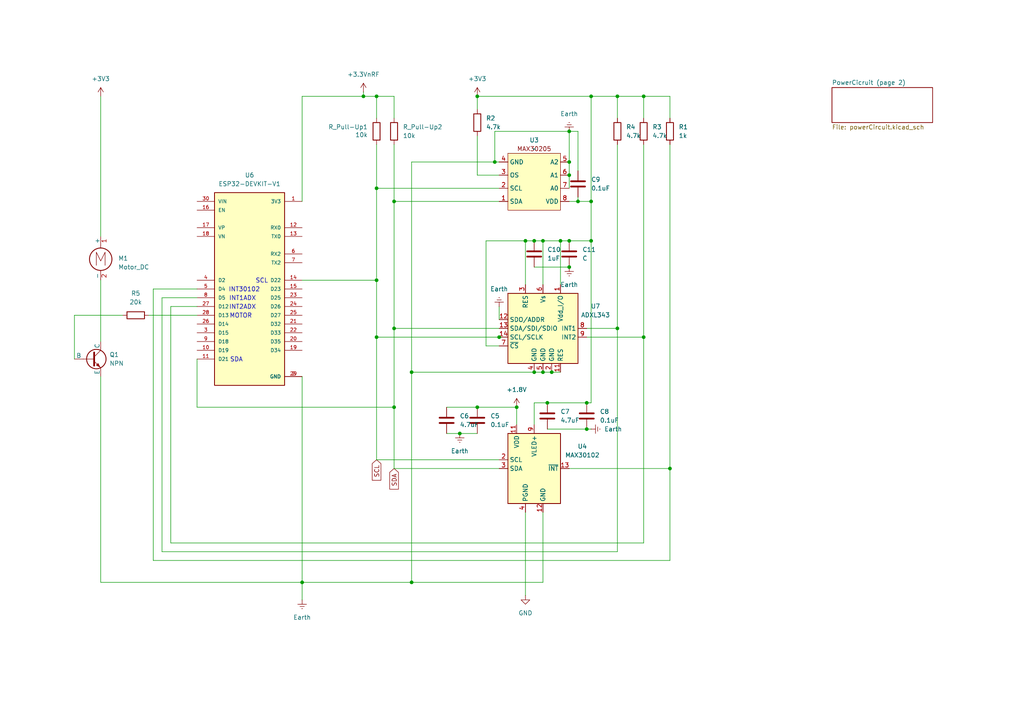
<source format=kicad_sch>
(kicad_sch (version 20250114) (generator "eeschema") (generator_version "9.0")
  (paper "A4")
  (lib_symbols
    (symbol "ADXL345_1"
      (property "Reference" "U" (at -8.89 11.43 0))
      (property "Value" "ADXL343" (at -7.62 -11.43 0))
      (symbol "ADXL345_1_0_1"
        (rectangle (start -10.16 10.16) (end 10.16 -10.16) (stroke (width 0.254)) (fill (type background)))
      )
      (symbol "ADXL345_1_1_1"
        (pin bidirectional line (at -12.7 2.54 0) (length 2.54) (name "SDO/ADDR") (number "12"))
        (pin bidirectional line (at -12.7 0 0) (length 2.54) (name "SDA/SDI/SDIO") (number "13"))
        (pin input line (at -12.7 -2.54 0) (length 2.54) (name "SCL/SCLK") (number "14"))
        (pin input line (at -12.7 -5.08 0) (length 2.54) (name "~{CS}") (number "7"))
        (pin passive line (at -5.08 12.7 270) (length 2.54) (name "RES") (number "3"))
        (pin no_connect line (at -5.08 -10.16 90) (length 2.54) (hide yes) (name "NC") (number "10"))
        (pin passive line (at -2.54 -12.7 90) (length 2.54) (name "GND") (number "4"))
        (pin power_in line (at 0 12.7 270) (length 2.54) (name "Vs") (number "6"))
        (pin passive line (at 0 -12.7 90) (length 2.54) (name "GND") (number "5"))
        (pin power_in line (at 2.54 -12.7 90) (length 2.54) (name "GND") (number "2"))
        (pin power_in line (at 5.08 12.7 270) (length 2.54) (name "Vdd_I/O") (number "1"))
        (pin passive line (at 5.08 -12.7 90) (length 2.54) (name "RES") (number "11"))
        (pin output line (at 12.7 0 180) (length 2.54) (name "INT1") (number "8"))
        (pin output line (at 12.7 -2.54 180) (length 2.54) (name "INT2") (number "9"))
      )
    )
    (symbol "Device:C" (pin_numbers (hide yes)) (pin_names (offset 0.254))
      (property "Reference" "C" (at 0.635 2.54 0))
      (property "Value" "C" (at 0.635 -2.54 0))
      (symbol "C_0_1"
        (polyline (pts (xy -2.032 0.762) (xy 2.032 0.762)) (stroke (width 0.508)))
        (polyline (pts (xy -2.032 -0.762) (xy 2.032 -0.762)) (stroke (width 0.508)))
      )
      (symbol "C_1_1"
        (pin passive line (at 0 3.81 270) (length 2.794) (name "~") (number "1"))
        (pin passive line (at 0 -3.81 90) (length 2.794) (name "~") (number "2"))
      )
    )
    (symbol "Device:R" (pin_numbers (hide yes)) (pin_names (offset 0))
      (property "Reference" "R" (at 2.032 0 90))
      (property "Value" "R" (at 0 0 90))
      (symbol "R_0_1"
        (rectangle (start -1.016 -2.54) (end 1.016 2.54) (stroke (width 0.254)))
      )
      (symbol "R_1_1"
        (pin passive line (at 0 3.81 270) (length 1.27) (name "~") (number "1"))
        (pin passive line (at 0 -3.81 90) (length 1.27) (name "~") (number "2"))
      )
    )
    (symbol "ESP32-DEVKIT-V1:ESP32-DEVKIT-V1" (pin_names (offset 1.016))
      (property "Reference" "U" (at -10.16 30.48 0))
      (property "Value" "ESP32-DEVKIT-V1" (at -10.16 -30.48 0))
      (symbol "ESP32-DEVKIT-V1_0_0"
        (rectangle (start -10.16 -27.94) (end 10.16 27.94) (stroke (width 0.254)) (fill (type background)))
        (pin input line (at -15.24 25.4 0) (length 5.08) (name "VIN") (number "30"))
        (pin input line (at -15.24 22.86 0) (length 5.08) (name "EN") (number "16"))
        (pin bidirectional line (at -15.24 17.78 0) (length 5.08) (name "VP") (number "17"))
        (pin bidirectional line (at -15.24 15.24 0) (length 5.08) (name "VN") (number "18"))
        (pin bidirectional line (at -15.24 2.54 0) (length 5.08) (name "D2") (number "4"))
        (pin bidirectional line (at -15.24 0 0) (length 5.08) (name "D4") (number "5"))
        (pin bidirectional line (at -15.24 -2.54 0) (length 5.08) (name "D5") (number "8"))
        (pin bidirectional line (at -15.24 -5.08 0) (length 5.08) (name "D12") (number "27"))
        (pin bidirectional line (at -15.24 -7.62 0) (length 5.08) (name "D13") (number "28"))
        (pin bidirectional line (at -15.24 -10.16 0) (length 5.08) (name "D14") (number "26"))
        (pin bidirectional line (at -15.24 -12.7 0) (length 5.08) (name "D15") (number "3"))
        (pin bidirectional line (at -15.24 -15.24 0) (length 5.08) (name "D18") (number "9"))
        (pin bidirectional line (at -15.24 -17.78 0) (length 5.08) (name "D19") (number "10"))
        (pin bidirectional line (at -15.24 -20.32 0) (length 5.08) (name "D21") (number "11"))
        (pin output line (at 15.24 25.4 180) (length 5.08) (name "3V3") (number "1"))
        (pin input line (at 15.24 17.78 180) (length 5.08) (name "RX0") (number "12"))
        (pin output line (at 15.24 15.24 180) (length 5.08) (name "TX0") (number "13"))
        (pin input line (at 15.24 10.16 180) (length 5.08) (name "RX2") (number "6"))
        (pin output line (at 15.24 7.62 180) (length 5.08) (name "TX2") (number "7"))
        (pin bidirectional line (at 15.24 2.54 180) (length 5.08) (name "D22") (number "14"))
        (pin bidirectional line (at 15.24 0 180) (length 5.08) (name "D23") (number "15"))
        (pin bidirectional line (at 15.24 -2.54 180) (length 5.08) (name "D25") (number "23"))
        (pin bidirectional line (at 15.24 -5.08 180) (length 5.08) (name "D26") (number "24"))
        (pin bidirectional line (at 15.24 -7.62 180) (length 5.08) (name "D27") (number "25"))
        (pin bidirectional line (at 15.24 -10.16 180) (length 5.08) (name "D32") (number "21"))
        (pin bidirectional line (at 15.24 -12.7 180) (length 5.08) (name "D33") (number "22"))
        (pin bidirectional line (at 15.24 -15.24 180) (length 5.08) (name "D35") (number "20"))
        (pin bidirectional line (at 15.24 -17.78 180) (length 5.08) (name "D34") (number "19"))
        (pin power_in line (at 15.24 -25.4 180) (length 5.08) (name "GND") (number "2"))
        (pin power_in line (at 15.24 -25.4 180) (length 5.08) (name "GND") (number "29"))
      )
    )
    (symbol "Motor:Motor_DC" (pin_names (offset 0))
      (property "Reference" "M" (at 2.54 2.54 0))
      (property "Value" "Motor_DC" (at 2.54 -5.08 0))
      (symbol "Motor_DC_0_0"
        (polyline (pts (xy -1.27 -3.302) (xy -1.27 0.508) (xy 0 -2.032) (xy 1.27 0.508) (xy 1.27 -3.302)))
      )
      (symbol "Motor_DC_0_1"
        (polyline (pts (xy 0 2.032) (xy 0 2.54)))
        (polyline (pts (xy 0 1.7272) (xy 0 2.0828)))
        (circle (center 0 -1.524) (radius 3.2512) (stroke (width 0.254)))
        (polyline (pts (xy 0 -4.7752) (xy 0 -5.1816)))
        (polyline (pts (xy 0 -7.62) (xy 0 -7.112)))
      )
      (symbol "Motor_DC_1_1"
        (pin passive line (at 0 5.08 270) (length 2.54) (name "+") (number "1"))
        (pin passive line (at 0 -7.62 90) (length 2.54) (name "-") (number "2"))
      )
    )
    (symbol "Sensor:MAX30102"
      (property "Reference" "U" (at 7.62 15.24 0))
      (property "Value" "MAX30102" (at 7.62 12.7 0))
      (symbol "MAX30102_0_1"
        (rectangle (start -7.62 10.16) (end 7.62 -10.16) (stroke (width 0.254)) (fill (type background)))
      )
      (symbol "MAX30102_1_1"
        (pin input line (at -10.16 2.54 0) (length 2.54) (name "SCL") (number "2"))
        (pin bidirectional line (at -10.16 0 0) (length 2.54) (name "SDA") (number "3"))
        (pin no_connect line (at -7.62 5.08 0) (length 2.54) (hide yes) (name "NC") (number "1"))
        (pin no_connect line (at -7.62 -2.54 0) (length 2.54) (hide yes) (name "NC") (number "7"))
        (pin power_in line (at -5.08 12.7 270) (length 2.54) (name "VDD") (number "11"))
        (pin power_in line (at -2.54 -12.7 90) (length 2.54) (name "PGND") (number "4"))
        (pin passive line (at 0 12.7 270) (length 2.54) (hide yes) (name "VLED+") (number "10"))
        (pin power_in line (at 0 12.7 270) (length 2.54) (name "VLED+") (number "9"))
        (pin power_in line (at 2.54 -12.7 90) (length 2.54) (name "GND") (number "12"))
        (pin no_connect line (at 7.62 5.08 180) (length 2.54) (hide yes) (name "NC") (number "8"))
        (pin no_connect line (at 7.62 2.54 180) (length 2.54) (hide yes) (name "NC") (number "14"))
        (pin no_connect line (at 7.62 -5.08 180) (length 2.54) (hide yes) (name "NC") (number "6"))
        (pin no_connect line (at 7.62 -7.62 180) (length 2.54) (hide yes) (name "NC") (number "5"))
        (pin output line (at 10.16 0 180) (length 2.54) (name "~{INT}") (number "13"))
      )
    )
    (symbol "Sensor_Temperature:MAX30205"
      (property "Reference" "U3" (at 7.62 20.32 0))
      (property "Value" "~" (at 7.62 17.78 0))
      (symbol "MAX30205_1_1"
        (rectangle (start 0 16.51) (end 15.24 0) (fill (type background)))
        (text "MAX30205" (at 7.62 17.78 0) (effects (font (size 1.27 1.27))))
        (pin power_in line (at -2.54 13.97 0) (length 2.54) (name "GND") (number "4"))
        (pin open_collector line (at -2.54 10.16 0) (length 2.54) (name "OS") (number "3"))
        (pin input line (at -2.54 6.35 0) (length 2.54) (name "SCL") (number "2"))
        (pin bidirectional line (at -2.54 2.54 0) (length 2.54) (name "SDA") (number "1"))
        (pin power_in line (at 7.62 -2.54 90) (length 2.54) (hide yes) (name "GND_PAD") (number "EP"))
        (pin input line (at 17.78 13.97 180) (length 2.54) (name "A2") (number "5"))
        (pin input line (at 17.78 10.16 180) (length 2.54) (name "A1") (number "6"))
        (pin input line (at 17.78 6.35 180) (length 2.54) (name "A0") (number "7"))
        (pin input line (at 17.78 2.54 180) (length 2.54) (name "VDD") (number "8"))
      )
    )
    (symbol "Simulation_SPICE:NPN" (pin_numbers (hide yes)) (pin_names (offset 0))
      (property "Reference" "Q" (at -2.54 7.62 0))
      (property "Value" "NPN" (at -2.54 5.08 0))
      (symbol "NPN_0_1"
        (polyline (pts (xy -2.54 0) (xy 0.635 0)) (stroke (width 0.1524)))
        (polyline (pts (xy 0.635 1.905) (xy 0.635 -1.905) (xy 0.635 -1.905)) (stroke (width 0.508)))
        (polyline (pts (xy 0.635 0.635) (xy 2.54 2.54)))
        (polyline (pts (xy 0.635 -0.635) (xy 2.54 -2.54) (xy 2.54 -2.54)))
        (circle (center 1.27 0) (radius 2.8194) (stroke (width 0.254)))
        (polyline (pts (xy 1.27 -1.778) (xy 1.778 -1.27) (xy 2.286 -2.286) (xy 1.27 -1.778) (xy 1.27 -1.778)) (fill (type outline)))
        (polyline (pts (xy 2.794 -1.27) (xy 2.794 -1.27)) (stroke (width 0.1524)))
        (polyline (pts (xy 2.794 -1.27) (xy 2.794 -1.27)) (stroke (width 0.1524)))
      )
      (symbol "NPN_1_1"
        (pin input line (at -5.08 0 0) (length 2.54) (name "B") (number "2"))
        (pin open_collector line (at 2.54 5.08 270) (length 2.54) (name "C") (number "1"))
        (pin open_emitter line (at 2.54 -5.08 90) (length 2.54) (name "E") (number "3"))
      )
    )
    (symbol "power:+1V8" (power) (pin_numbers (hide yes)) (pin_names (offset 0) (hide yes))
      (property "Value" "+1V8" (at 0 3.556 0))
      (symbol "+1V8_0_1"
        (polyline (pts (xy -0.762 1.27) (xy 0 2.54)))
        (polyline (pts (xy 0 2.54) (xy 0.762 1.27)))
        (polyline (pts (xy 0 0) (xy 0 2.54)))
      )
      (symbol "+1V8_1_1"
        (pin power_in line (at 0 0 90) (length 0) (name "~") (number "1"))
      )
    )
    (symbol "power:+3.3V" (power) (pin_numbers (hide yes)) (pin_names (offset 0) (hide yes))
      (property "Value" "+3.3V" (at 0 3.556 0))
      (symbol "+3.3V_0_1"
        (polyline (pts (xy -0.762 1.27) (xy 0 2.54)))
        (polyline (pts (xy 0 2.54) (xy 0.762 1.27)))
        (polyline (pts (xy 0 0) (xy 0 2.54)))
      )
      (symbol "+3.3V_1_1"
        (pin power_in line (at 0 0 90) (length 0) (name "~") (number "1"))
      )
    )
    (symbol "power:+3V3" (power) (pin_numbers (hide yes)) (pin_names (offset 0) (hide yes))
      (property "Value" "+3V3" (at 0 3.556 0))
      (symbol "+3V3_0_1"
        (polyline (pts (xy -0.762 1.27) (xy 0 2.54)))
        (polyline (pts (xy 0 2.54) (xy 0.762 1.27)))
        (polyline (pts (xy 0 0) (xy 0 2.54)))
      )
      (symbol "+3V3_1_1"
        (pin power_in line (at 0 0 90) (length 0) (name "~") (number "1"))
      )
    )
    (symbol "power:Earth" (power) (pin_numbers (hide yes)) (pin_names (offset 0) (hide yes))
      (property "Value" "Earth" (at 0 -3.81 0))
      (symbol "Earth_0_1"
        (polyline (pts (xy -0.635 -1.905) (xy 0.635 -1.905)))
        (polyline (pts (xy -0.127 -2.54) (xy 0.127 -2.54)))
        (polyline (pts (xy 0 -1.27) (xy 0 0)))
        (polyline (pts (xy 1.27 -1.27) (xy -1.27 -1.27)))
      )
      (symbol "Earth_1_1"
        (pin power_in line (at 0 0 270) (length 0) (name "~") (number "1"))
      )
    )
    (symbol "power:GND" (power) (pin_numbers (hide yes)) (pin_names (offset 0) (hide yes))
      (property "Value" "GND" (at 0 -3.81 0))
      (symbol "GND_0_1"
        (polyline (pts (xy 0 0) (xy 0 -1.27) (xy 1.27 -1.27) (xy 0 -2.54) (xy -1.27 -1.27) (xy 0 -1.27)))
      )
      (symbol "GND_1_1"
        (pin power_in line (at 0 0 270) (length 0) (name "~") (number "1"))
      )
    )
  )
  (text "INT30102\n" (at 70.866 84.074 0) (effects (font (size 1.27 1.27))))
  (text "SCL" (at 75.946 81.534 0) (effects (font (size 1.27 1.27))))
  (text "INT2ADX\n" (at 70.358 89.154 0) (effects (font (size 1.27 1.27))))
  (text "SDA\n" (at 68.58 104.394 0) (effects (font (size 1.27 1.27))))
  (text "MOTOR\n\n" (at 69.85 92.71 0) (effects (font (size 1.27 1.27))))
  (text "INT1ADX\n" (at 70.358 86.614 0) (effects (font (size 1.27 1.27))))
  (junction (at 186.69 27.94))
  (junction (at 119.38 107.95))
  (junction (at 109.22 97.79))
  (junction (at 133.35 125.73))
  (junction (at 109.22 54.61))
  (junction (at 186.69 97.79))
  (junction (at 109.22 27.94))
  (junction (at 138.43 27.94))
  (junction (at 165.1 38.1))
  (junction (at 179.07 27.94))
  (junction (at 194.31 135.89))
  (junction (at 149.86 118.11))
  (junction (at 152.4 69.85))
  (junction (at 171.45 69.85))
  (junction (at 158.75 116.84))
  (junction (at 114.3 58.42))
  (junction (at 154.94 107.95))
  (junction (at 167.64 58.42))
  (junction (at 105.41 27.94))
  (junction (at 170.18 116.84))
  (junction (at 165.1 69.85))
  (junction (at 114.3 95.25))
  (junction (at 143.51 46.99))
  (junction (at 114.3 118.11))
  (junction (at 138.43 118.11))
  (junction (at 170.18 124.46))
  (junction (at 157.48 107.95))
  (junction (at 171.45 58.42))
  (junction (at 157.48 69.85))
  (junction (at 154.94 69.85))
  (junction (at 144.78 97.79))
  (junction (at 87.63 168.91))
  (junction (at 165.1 77.47))
  (junction (at 171.45 27.94))
  (junction (at 119.38 168.91))
  (junction (at 165.1 50.8))
  (junction (at 109.22 81.28))
  (junction (at 162.56 69.85))
  (junction (at 160.02 107.95))
  (junction (at 165.1 46.99))
  (junction (at 179.07 95.25))
  (wire (pts (xy 167.64 58.42) (xy 165.1 58.42)))
  (wire (pts (xy 57.15 86.36) (xy 46.99 86.36)))
  (wire (pts (xy 186.69 97.79) (xy 186.69 157.48)))
  (wire (pts (xy 119.38 107.95) (xy 154.94 107.95)))
  (wire (pts (xy 129.54 125.73) (xy 133.35 125.73)))
  (wire (pts (xy 114.3 118.11) (xy 114.3 95.25)))
  (wire (pts (xy 119.38 46.99) (xy 143.51 46.99)))
  (wire (pts (xy 186.69 157.48) (xy 49.53 157.48)))
  (wire (pts (xy 29.21 109.22) (xy 29.21 168.91)))
  (wire (pts (xy 186.69 27.94) (xy 194.31 27.94)))
  (wire (pts (xy 109.22 54.61) (xy 144.78 54.61)))
  (wire (pts (xy 167.64 49.53) (xy 167.64 38.1)))
  (wire (pts (xy 171.45 27.94) (xy 179.07 27.94)))
  (wire (pts (xy 157.48 69.85) (xy 157.48 82.55)))
  (wire (pts (xy 49.53 88.9) (xy 57.15 88.9)))
  (wire (pts (xy 57.15 104.14) (xy 57.15 118.11)))
  (wire (pts (xy 157.48 107.95) (xy 154.94 107.95)))
  (wire (pts (xy 144.78 50.8) (xy 138.43 50.8)))
  (wire (pts (xy 109.22 133.35) (xy 144.78 133.35)))
  (wire (pts (xy 179.07 95.25) (xy 170.18 95.25)))
  (wire (pts (xy 138.43 118.11) (xy 149.86 118.11)))
  (wire (pts (xy 170.18 97.79) (xy 186.69 97.79)))
  (wire (pts (xy 162.56 69.85) (xy 165.1 69.85)))
  (wire (pts (xy 157.48 69.85) (xy 162.56 69.85)))
  (wire (pts (xy 152.4 69.85) (xy 152.4 82.55)))
  (wire (pts (xy 171.45 124.46) (xy 170.18 124.46)))
  (wire (pts (xy 165.1 135.89) (xy 194.31 135.89)))
  (wire (pts (xy 152.4 69.85) (xy 154.94 69.85)))
  (wire (pts (xy 171.45 58.42) (xy 171.45 69.85)))
  (wire (pts (xy 46.99 86.36) (xy 46.99 160.02)))
  (wire (pts (xy 162.56 107.95) (xy 160.02 107.95)))
  (wire (pts (xy 171.45 27.94) (xy 171.45 58.42)))
  (wire (pts (xy 29.21 68.58) (xy 29.21 27.94)))
  (wire (pts (xy 133.35 125.73) (xy 138.43 125.73)))
  (wire (pts (xy 179.07 27.94) (xy 179.07 34.29)))
  (wire (pts (xy 119.38 107.95) (xy 119.38 168.91)))
  (wire (pts (xy 49.53 157.48) (xy 49.53 88.9)))
  (wire (pts (xy 44.45 83.82) (xy 44.45 162.56)))
  (wire (pts (xy 114.3 135.89) (xy 144.78 135.89)))
  (wire (pts (xy 114.3 58.42) (xy 114.3 95.25)))
  (wire (pts (xy 21.59 91.44) (xy 21.59 104.14)))
  (wire (pts (xy 57.15 83.82) (xy 44.45 83.82)))
  (wire (pts (xy 140.97 100.33) (xy 140.97 69.85)))
  (wire (pts (xy 143.51 46.99) (xy 143.51 38.1)))
  (wire (pts (xy 138.43 27.94) (xy 171.45 27.94)))
  (wire (pts (xy 109.22 97.79) (xy 109.22 133.35)))
  (wire (pts (xy 171.45 116.84) (xy 170.18 116.84)))
  (wire (pts (xy 114.3 58.42) (xy 144.78 58.42)))
  (wire (pts (xy 87.63 81.28) (xy 109.22 81.28)))
  (wire (pts (xy 171.45 58.42) (xy 167.64 58.42)))
  (wire (pts (xy 162.56 69.85) (xy 162.56 82.55)))
  (wire (pts (xy 146.05 97.79) (xy 144.78 97.79)))
  (wire (pts (xy 179.07 95.25) (xy 179.07 160.02)))
  (wire (pts (xy 87.63 173.99) (xy 87.63 168.91)))
  (wire (pts (xy 149.86 118.11) (xy 149.86 123.19)))
  (wire (pts (xy 165.1 69.85) (xy 171.45 69.85)))
  (wire (pts (xy 105.41 26.67) (xy 105.41 27.94)))
  (wire (pts (xy 87.63 168.91) (xy 119.38 168.91)))
  (wire (pts (xy 109.22 54.61) (xy 109.22 81.28)))
  (wire (pts (xy 143.51 46.99) (xy 144.78 46.99)))
  (wire (pts (xy 57.15 91.44) (xy 43.18 91.44)))
  (wire (pts (xy 144.78 88.9) (xy 144.78 92.71)))
  (wire (pts (xy 158.75 124.46) (xy 170.18 124.46)))
  (wire (pts (xy 167.64 38.1) (xy 165.1 38.1)))
  (wire (pts (xy 114.3 41.91) (xy 114.3 58.42)))
  (wire (pts (xy 109.22 81.28) (xy 109.22 97.79)))
  (wire (pts (xy 194.31 34.29) (xy 194.31 27.94)))
  (wire (pts (xy 154.94 116.84) (xy 154.94 123.19)))
  (wire (pts (xy 105.41 27.94) (xy 109.22 27.94)))
  (wire (pts (xy 114.3 27.94) (xy 114.3 34.29)))
  (wire (pts (xy 109.22 41.91) (xy 109.22 54.61)))
  (wire (pts (xy 44.45 162.56) (xy 194.31 162.56)))
  (wire (pts (xy 114.3 135.89) (xy 114.3 118.11)))
  (wire (pts (xy 179.07 41.91) (xy 179.07 95.25)))
  (wire (pts (xy 157.48 107.95) (xy 160.02 107.95)))
  (wire (pts (xy 129.54 118.11) (xy 138.43 118.11)))
  (wire (pts (xy 119.38 46.99) (xy 119.38 107.95)))
  (wire (pts (xy 154.94 69.85) (xy 157.48 69.85)))
  (wire (pts (xy 143.51 38.1) (xy 165.1 38.1)))
  (wire (pts (xy 87.63 27.94) (xy 87.63 58.42)))
  (wire (pts (xy 152.4 148.59) (xy 152.4 172.72)))
  (wire (pts (xy 179.07 27.94) (xy 186.69 27.94)))
  (wire (pts (xy 154.94 77.47) (xy 165.1 77.47)))
  (wire (pts (xy 109.22 27.94) (xy 109.22 34.29)))
  (wire (pts (xy 165.1 46.99) (xy 165.1 50.8)))
  (wire (pts (xy 194.31 162.56) (xy 194.31 135.89)))
  (wire (pts (xy 186.69 27.94) (xy 186.69 34.29)))
  (wire (pts (xy 114.3 95.25) (xy 144.78 95.25)))
  (wire (pts (xy 87.63 27.94) (xy 105.41 27.94)))
  (wire (pts (xy 140.97 69.85) (xy 152.4 69.85)))
  (wire (pts (xy 144.78 100.33) (xy 140.97 100.33)))
  (wire (pts (xy 29.21 81.28) (xy 29.21 99.06)))
  (wire (pts (xy 186.69 97.79) (xy 186.69 41.91)))
  (wire (pts (xy 109.22 27.94) (xy 114.3 27.94)))
  (wire (pts (xy 171.45 69.85) (xy 171.45 116.84)))
  (wire (pts (xy 138.43 27.94) (xy 138.43 31.75)))
  (wire (pts (xy 29.21 168.91) (xy 87.63 168.91)))
  (wire (pts (xy 109.22 97.79) (xy 144.78 97.79)))
  (wire (pts (xy 57.15 118.11) (xy 114.3 118.11)))
  (wire (pts (xy 35.56 91.44) (xy 21.59 91.44)))
  (wire (pts (xy 165.1 50.8) (xy 165.1 54.61)))
  (wire (pts (xy 167.64 57.15) (xy 167.64 58.42)))
  (wire (pts (xy 170.18 116.84) (xy 158.75 116.84)))
  (wire (pts (xy 138.43 50.8) (xy 138.43 39.37)))
  (wire (pts (xy 46.99 160.02) (xy 179.07 160.02)))
  (wire (pts (xy 158.75 116.84) (xy 154.94 116.84)))
  (wire (pts (xy 157.48 148.59) (xy 157.48 168.91)))
  (wire (pts (xy 194.31 41.91) (xy 194.31 135.89)))
  (wire (pts (xy 165.1 38.1) (xy 165.1 46.99)))
  (wire (pts (xy 119.38 168.91) (xy 157.48 168.91)))
  (wire (pts (xy 87.63 109.22) (xy 87.63 168.91)))
  (global_label "SDA" (shape input) (at 114.3 135.89 270) (property "Intersheetrefs" "${INTERSHEET_REFS}" (effects (hide yes))))
  (global_label "SCL" (shape input) (at 109.22 133.35 270) (property "Intersheetrefs" "${INTERSHEET_REFS}" (effects (hide yes))))
  (symbol (lib_id "power:Earth") (at 165.1 38.1 180) (unit 1)
    (property "Reference" "#PWR011" (effects (hide yes)))
    (property "Value" "Earth" (at 165.1 33.02 0))
    (property "Description" "Power symbol creates a global label with name \"Earth\"" (effects (hide yes)))
  )
  (symbol (lib_id "Device:C") (at 165.1 73.66 0) (unit 1)
    (property "Reference" "C11" (at 168.91 72.3899 0) (effects (justify left)))
    (property "Value" "C" (at 168.91 74.9299 0) (effects (justify left)))
    (property "Description" "Unpolarized capacitor" (effects (hide yes)))
  )
  (symbol (lib_id "Device:R") (at 109.22 38.1 0) (unit 1)
    (property "Reference" "R_Pull-Up1" (at 106.68 36.83 0) (effects (justify right)))
    (property "Value" "10k" (at 106.68 39.116 0) (effects (justify right)))
    (property "Description" "Resistor" (effects (hide yes)))
  )
  (symbol (lib_id "Motor:Motor_DC") (at 29.21 73.66 0) (unit 1)
    (property "Reference" "M1" (at 34.29 74.9299 0) (effects (justify left)))
    (property "Value" "Motor_DC" (at 34.29 77.4699 0) (effects (justify left)))
    (property "Description" "DC Motor" (effects (hide yes)))
  )
  (symbol (lib_id "Sensor_Temperature:MAX30205") (at 147.32 60.96 0) (unit 1)
    (property "Reference" "U3" (at 154.94 40.64 0))
    (property "Value" "~" (at 154.94 43.18 0))
  )
  (symbol (lib_id "Device:R") (at 39.37 91.44 90) (unit 1)
    (property "Reference" "R5" (at 39.37 85.09 90))
    (property "Value" "20k" (at 39.37 87.63 90))
    (property "Description" "Resistor" (effects (hide yes)))
  )
  (symbol (lib_id "Device:R") (at 138.43 35.56 0) (unit 1)
    (property "Reference" "R2" (at 140.97 34.2899 0) (effects (justify left)))
    (property "Value" "4.7k" (at 140.97 36.8299 0) (effects (justify left)))
    (property "Description" "Resistor" (effects (hide yes)))
  )
  (symbol (lib_id "power:GND") (at 152.4 172.72 0) (unit 1)
    (property "Reference" "#PWR08" (effects (hide yes)))
    (property "Value" "GND" (at 152.4 177.8 0))
    (property "Description" "Power symbol creates a global label with name \"GND\" , ground" (effects (hide yes)))
  )
  (symbol (lib_id "Device:C") (at 158.75 120.65 0) (unit 1)
    (property "Reference" "C7" (at 162.56 119.3799 0) (effects (justify left)))
    (property "Value" "4.7uF" (at 162.56 121.9199 0) (effects (justify left)))
    (property "Description" "Unpolarized capacitor" (effects (hide yes)))
  )
  (symbol (lib_id "Sensor:MAX30102") (at 154.94 135.89 0) (unit 1)
    (property "Reference" "U4" (at 168.91 129.4698 0))
    (property "Value" "MAX30102" (at 168.91 132.0098 0))
    (property "Footprint" "OptoDevice:Maxim_OLGA-14_3.3x5.6mm_P0.8mm" (effects (hide yes)))
    (property "Datasheet" "https://datasheets.maximintegrated.com/en/ds/MAX30102.pdf" (effects (hide yes)))
    (property "Description" "Heart Rate Sensor, 14-OLGA" (effects (hide yes)))
  )
  (symbol (lib_id "Device:C") (at 154.94 73.66 0) (unit 1)
    (property "Reference" "C10" (at 158.75 72.3899 0) (effects (justify left)))
    (property "Value" "1uF" (at 158.75 74.9299 0) (effects (justify left)))
    (property "Description" "Unpolarized capacitor" (effects (hide yes)))
  )
  (symbol (lib_id "power:+3V3") (at 29.21 27.94 0) (unit 1)
    (property "Reference" "#PWR04" (effects (hide yes)))
    (property "Value" "+3V3" (at 29.21 22.86 0))
    (property "Description" "Power symbol creates a global label with name \"+3V3\"" (effects (hide yes)))
  )
  (symbol (lib_id "Device:R") (at 114.3 38.1 0) (unit 1)
    (property "Reference" "R_Pull-Up2" (at 116.84 36.8299 0) (effects (justify left)))
    (property "Value" "10k" (at 116.84 39.3699 0) (effects (justify left)))
    (property "Description" "Resistor" (effects (hide yes)))
  )
  (symbol (lib_id "Device:C") (at 129.54 121.92 0) (unit 1)
    (property "Reference" "C6" (at 133.35 120.6499 0) (effects (justify left)))
    (property "Value" "4.7uF" (at 133.35 123.1899 0) (effects (justify left)))
    (property "Description" "Unpolarized capacitor" (effects (hide yes)))
  )
  (symbol (lib_id "power:+3V3") (at 138.43 27.94 0) (unit 1)
    (property "Reference" "#PWR05" (effects (hide yes)))
    (property "Value" "+3V3" (at 138.43 22.86 0))
    (property "Description" "Power symbol creates a global label with name \"+3V3\"" (effects (hide yes)))
  )
  (symbol (lib_id "Device:C") (at 167.64 53.34 0) (unit 1)
    (property "Reference" "C9" (at 171.45 52.0699 0) (effects (justify left)))
    (property "Value" "0.1uF" (at 171.45 54.6099 0) (effects (justify left)))
    (property "Description" "Unpolarized capacitor" (effects (hide yes)))
  )
  (symbol (lib_id "power:Earth") (at 165.1 77.47 0) (unit 1)
    (property "Reference" "#PWR013" (effects (hide yes)))
    (property "Value" "Earth" (at 165.1 82.55 0))
    (property "Description" "Power symbol creates a global label with name \"Earth\"" (effects (hide yes)))
  )
  (symbol (lib_id "Device:C") (at 138.43 121.92 0) (unit 1)
    (property "Reference" "C5" (at 142.24 120.6499 0) (effects (justify left)))
    (property "Value" "0.1uF" (at 142.24 123.1899 0) (effects (justify left)))
    (property "Description" "Unpolarized capacitor" (effects (hide yes)))
  )
  (symbol (lib_id "power:Earth") (at 144.78 88.9 180) (unit 1)
    (property "Reference" "#PWR012" (effects (hide yes)))
    (property "Value" "Earth" (at 144.78 83.82 0))
    (property "Description" "Power symbol creates a global label with name \"Earth\"" (effects (hide yes)))
  )
  (symbol (lib_id "Device:R") (at 194.31 38.1 0) (unit 1)
    (property "Reference" "R1" (at 196.85 36.8299 0) (effects (justify left)))
    (property "Value" "1k" (at 196.85 39.3699 0) (effects (justify left)))
    (property "Description" "Resistor" (effects (hide yes)))
  )
  (symbol (lib_id "power:+1V8") (at 149.86 118.11 0) (unit 1)
    (property "Reference" "#PWR042" (effects (hide yes)))
    (property "Value" "+1.8V" (at 149.86 113.03 0))
    (property "Description" "Power symbol creates a global label with name \"+1V8\"" (effects (hide yes)))
  )
  (symbol (lib_id "power:Earth") (at 171.45 124.46 90) (unit 1)
    (property "Reference" "#PWR01" (effects (hide yes)))
    (property "Value" "Earth" (at 175.26 124.4599 90) (effects (justify right)))
    (property "Description" "Power symbol creates a global label with name \"Earth\"" (effects (hide yes)))
  )
  (symbol (lib_name "ADXL345_1") (lib_id "Sensor_Motion:ADXL345") (at 157.48 95.25 0) (unit 1)
    (property "Reference" "U7" (at 172.72 88.8298 0))
    (property "Value" "ADXL343" (at 172.72 91.3698 0))
    (property "Footprint" "Package_LGA:LGA-14_3x5mm_P0.8mm_LayoutBorder1x6y" (effects (hide yes)))
    (property "Datasheet" "https://www.analog.com/media/en/technical-documentation/data-sheets/ADXL343.pdf" (effects (hide yes)))
    (property "Description" "3-Axis MEMS Accelerometer, 2/4/8/16g range, I2C/SPI, LGA-14" (effects (hide yes)))
  )
  (symbol (lib_id "Device:R") (at 179.07 38.1 0) (unit 1)
    (property "Reference" "R4" (at 181.61 36.8299 0) (effects (justify left)))
    (property "Value" "4.7k" (at 181.61 39.3699 0) (effects (justify left)))
    (property "Description" "Resistor" (effects (hide yes)))
  )
  (symbol (lib_id "power:Earth") (at 87.63 173.99 0) (unit 1)
    (property "Reference" "#PWR07" (effects (hide yes)))
    (property "Value" "Earth" (at 87.63 179.07 0))
    (property "Description" "Power symbol creates a global label with name \"Earth\"" (effects (hide yes)))
  )
  (symbol (lib_id "Simulation_SPICE:NPN") (at 26.67 104.14 0) (unit 1)
    (property "Reference" "Q1" (at 31.75 102.8699 0) (effects (justify left)))
    (property "Value" "NPN" (at 31.75 105.4099 0) (effects (justify left)))
    (property "Datasheet" "https://ngspice.sourceforge.io/docs/ngspice-html-manual/manual.xhtml#cha_BJTs" (effects (hide yes)))
    (property "Description" "Bipolar transistor symbol for simulation only, substrate tied to the emitter" (effects (hide yes)))
    (property "Sim.Device" "NPN" (effects (hide yes)))
    (property "Sim.Type" "GUMMELPOON" (effects (hide yes)))
    (property "Sim.Pins" "1=C 2=B 3=E" (effects (hide yes)))
  )
  (symbol (lib_id "Device:C") (at 170.18 120.65 0) (unit 1)
    (property "Reference" "C8" (at 173.99 119.3799 0) (effects (justify left)))
    (property "Value" "0.1uF" (at 173.99 121.9199 0) (effects (justify left)))
    (property "Description" "Unpolarized capacitor" (effects (hide yes)))
  )
  (symbol (lib_id "power:Earth") (at 133.35 125.73 0) (unit 1)
    (property "Reference" "#PWR09" (effects (hide yes)))
    (property "Value" "Earth" (at 133.35 130.81 0))
    (property "Description" "Power symbol creates a global label with name \"Earth\"" (effects (hide yes)))
  )
  (symbol (lib_id "Device:R") (at 186.69 38.1 0) (unit 1)
    (property "Reference" "R3" (at 189.23 36.8299 0) (effects (justify left)))
    (property "Value" "4.7k" (at 189.23 39.3699 0) (effects (justify left)))
    (property "Description" "Resistor" (effects (hide yes)))
  )
  (symbol (lib_id "ESP32-DEVKIT-V1:ESP32-DEVKIT-V1") (at 72.39 83.82 0) (unit 1)
    (property "Reference" "U6" (at 72.39 50.8 0))
    (property "Value" "ESP32-DEVKIT-V1" (at 72.39 53.34 0))
    (property "Footprint" "ESP32-DEVKIT-V1:MODULE_ESP32_DEVKIT_V1" (effects (hide yes)))
    (property "MF" "Do it" (effects (hide yes)))
    (property "MAXIMUM_PACKAGE_HEIGHT" "6.8 mm" (effects (hide yes)))
    (property "Package" "None" (effects (hide yes)))
    (property "Price" "None" (effects (hide yes)))
    (property "Check_prices" "https://www.snapeda.com/parts/ESP32-DEVKIT-V1/Do+it/view-part/?ref=eda" (effects (hide yes)))
    (property "STANDARD" "Manufacturer Recommendations" (effects (hide yes)))
    (property "PARTREV" "N/A" (effects (hide yes)))
    (property "SnapEDA_Link" "https://www.snapeda.com/parts/ESP32-DEVKIT-V1/Do+it/view-part/?ref=snap" (effects (hide yes)))
    (property "MP" "ESP32-DEVKIT-V1" (effects (hide yes)))
    (property "Description_1" "Dual core, Wi-Fi: 2.4 GHz up to 150 Mbits/s,BLE (Bluetooth Low Energy) and legacy Bluetooth, 32 bits, Up to 240 MHz" (effects (hide yes)))
    (property "Availability" "Not in stock" (effects (hide yes)))
    (property "MANUFACTURER" "DOIT" (effects (hide yes)))
  )
  (symbol (lib_id "power:+3.3V") (at 105.41 26.67 0) (unit 1)
    (property "Reference" "#PWR043" (effects (hide yes)))
    (property "Value" "+3.3VnRF" (at 105.41 21.59 0))
    (property "Description" "Power symbol creates a global label with name \"+3.3V\"" (effects (hide yes)))
  )
  (sheet (at 241.3 25.4) (size 29.21 10.16) (stroke (width 0.1524))
    (property "Sheetname" "PowerCicruit (page 2)" (at 241.3 24.6884 0) (effects (justify left bottom)))
    (property "Sheetfile" "powerCircuit.kicad_sch" (at 241.3 36.1446 0) (effects (justify left top)))
  )
)
</source>
